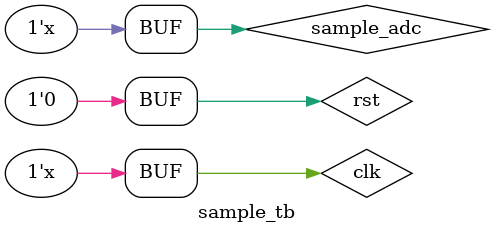
<source format=v>
module sample(
	input clk,
	input rst,
	input sample_adc,
	output wire  sig_conv
	);
  
  reg [1:0] sample_adc_r;
  
  assign sig_conv=(sample_adc_r[1]!=sample_adc_r[0])&sample_adc_r[0];
  
  always @(posedge clk)
    begin
      if(rst)
        begin
          sample_adc_r<=2'b00;
        end
      else
        begin
          sample_adc_r<={sample_adc_r[0],sample_adc};
        end
    end
  
  /* always @(posedge clk)
    begin
      
    end*/
  
endmodule   

module sample_tb(

	);
  reg clk;
  reg rst;
  reg sample_adc;
  wire sig_conv;
  
  sample sample1(.clk(clk),.rst(rst),.sample_adc(sample_adc),.sig_conv(sig_conv));
  
  initial
    begin
      $dumpfile("dump.vcd");
      $dumpvars;
      clk=0;
      rst=0;
      #100
      rst=1;
      #100
      rst=0;
      sample_adc=0;
    end
  	
  always 
		#50  clk =  ! clk;  
		
  always 
		#500  sample_adc =  ! sample_adc;  
  
endmodule
</source>
